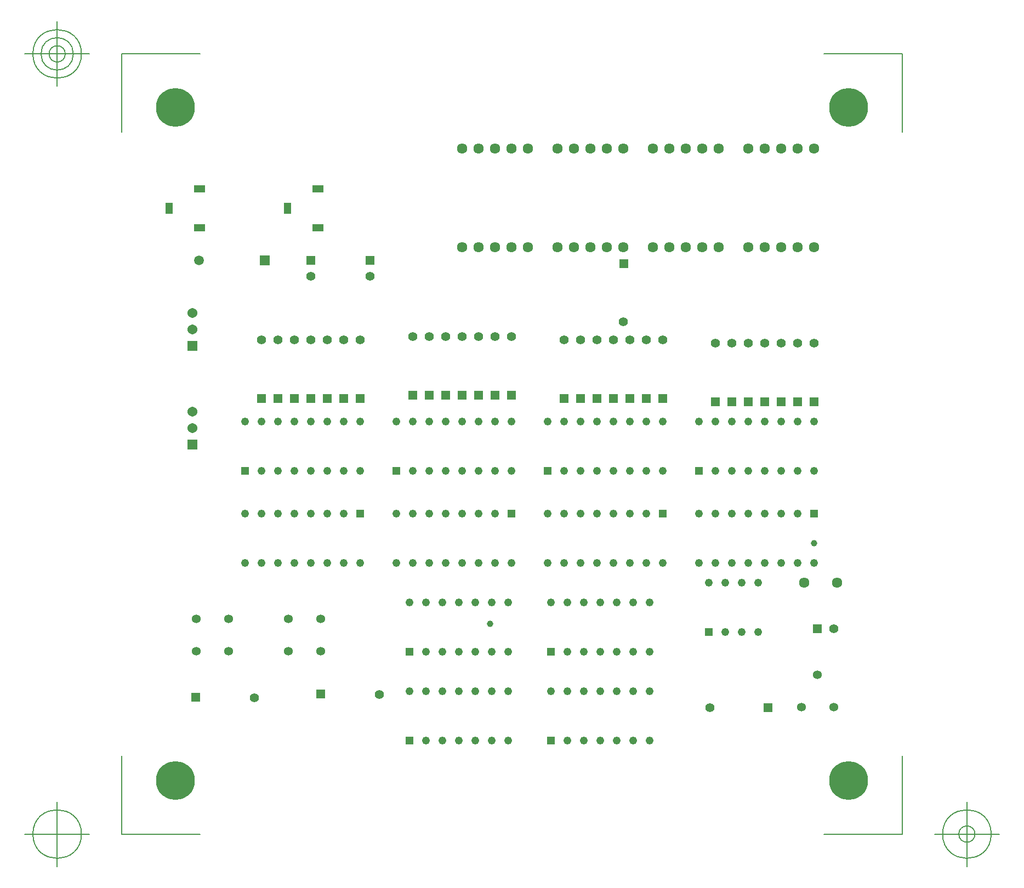
<source format=gbr>
G04 Generated by Ultiboard 14.3 *
%FSLAX34Y34*%
%MOMM*%

%ADD10C,0.0001*%
%ADD11C,0.0010*%
%ADD12C,0.1270*%
%ADD13C,6.00000*%
%ADD14C,1.2446*%
%ADD15R,1.2446X1.2446*%
%ADD16C,1.3556*%
%ADD17C,1.0000*%
%ADD18C,1.4000*%
%ADD19R,1.4000X1.4000*%
%ADD20C,1.6088*%
%ADD21C,5.0000*%
%ADD22C,1.5000*%
%ADD23R,1.5000X1.5000*%
%ADD24C,1.5366*%
%ADD25R,1.5366X1.5366*%


G04 ColorRGB FF00CC for the following layer *
%LNSolder Mask Top*%
%LPD*%
G54D10*
G54D11*
G36*
X74840Y972720D02*
X74840Y972720D01*
X64840Y972720D01*
X64840Y956720D01*
X74840Y956720D01*
X74840Y972720D01*
D02*
G37*
X64840Y972720D01*
X64840Y956720D01*
X74840Y956720D01*
X74840Y972720D01*
G36*
X108840Y999720D02*
X108840Y999720D01*
X108840Y989720D01*
X124840Y989720D01*
X124840Y999720D01*
X108840Y999720D01*
D02*
G37*
X108840Y989720D01*
X124840Y989720D01*
X124840Y999720D01*
X108840Y999720D01*
G36*
X108840Y939720D02*
X108840Y939720D01*
X108840Y929720D01*
X124840Y929720D01*
X124840Y939720D01*
X108840Y939720D01*
D02*
G37*
X108840Y929720D01*
X124840Y929720D01*
X124840Y939720D01*
X108840Y939720D01*
G36*
X257720Y972720D02*
X257720Y972720D01*
X247720Y972720D01*
X247720Y956720D01*
X257720Y956720D01*
X257720Y972720D01*
D02*
G37*
X247720Y972720D01*
X247720Y956720D01*
X257720Y956720D01*
X257720Y972720D01*
G36*
X291720Y999720D02*
X291720Y999720D01*
X291720Y989720D01*
X307720Y989720D01*
X307720Y999720D01*
X291720Y999720D01*
D02*
G37*
X291720Y989720D01*
X307720Y989720D01*
X307720Y999720D01*
X291720Y999720D01*
G36*
X291720Y939720D02*
X291720Y939720D01*
X291720Y929720D01*
X307720Y929720D01*
X307720Y939720D01*
X291720Y939720D01*
D02*
G37*
X291720Y929720D01*
X307720Y929720D01*
X307720Y939720D01*
X291720Y939720D01*
G54D12*
X-2540Y-2540D02*
X-2540Y117968D01*
X-2540Y-2540D02*
X117968Y-2540D01*
X1202540Y-2540D02*
X1082032Y-2540D01*
X1202540Y-2540D02*
X1202540Y117968D01*
X1202540Y1202540D02*
X1202540Y1082032D01*
X1202540Y1202540D02*
X1082032Y1202540D01*
X-2540Y1202540D02*
X117968Y1202540D01*
X-2540Y1202540D02*
X-2540Y1082032D01*
X-52540Y-2540D02*
X-152540Y-2540D01*
X-102540Y-52540D02*
X-102540Y47460D01*
X-140040Y-2540D02*
G75*
D01*
G02X-140040Y-2540I37500J0*
G01*
X1252540Y-2540D02*
X1352540Y-2540D01*
X1302540Y-52540D02*
X1302540Y47460D01*
X1265040Y-2540D02*
G75*
D01*
G02X1265040Y-2540I37500J0*
G01*
X1290040Y-2540D02*
G75*
D01*
G02X1290040Y-2540I12500J0*
G01*
X-52540Y1202540D02*
X-152540Y1202540D01*
X-102540Y1152540D02*
X-102540Y1252540D01*
X-140040Y1202540D02*
G75*
D01*
G02X-140040Y1202540I37500J0*
G01*
X-127540Y1202540D02*
G75*
D01*
G02X-127540Y1202540I25000J0*
G01*
X-115040Y1202540D02*
G75*
D01*
G02X-115040Y1202540I12500J0*
G01*
G54D13*
X80500Y1119500D03*
X1119500Y1119500D03*
X80500Y80500D03*
X1119500Y80500D03*
G54D14*
X441960Y218440D03*
X518160Y142240D03*
X467360Y142240D03*
X492760Y142240D03*
X543560Y142240D03*
X568960Y142240D03*
X594360Y142240D03*
X594360Y218440D03*
X518160Y218440D03*
X467360Y218440D03*
X492760Y218440D03*
X543560Y218440D03*
X568960Y218440D03*
X660400Y218440D03*
X736600Y142240D03*
X685800Y142240D03*
X711200Y142240D03*
X762000Y142240D03*
X787400Y142240D03*
X812800Y142240D03*
X812800Y218440D03*
X736600Y218440D03*
X685800Y218440D03*
X711200Y218440D03*
X762000Y218440D03*
X787400Y218440D03*
X441960Y355600D03*
X518160Y279400D03*
X467360Y279400D03*
X492760Y279400D03*
X543560Y279400D03*
X568960Y279400D03*
X594360Y279400D03*
X594360Y355600D03*
X518160Y355600D03*
X467360Y355600D03*
X492760Y355600D03*
X543560Y355600D03*
X568960Y355600D03*
X660400Y355600D03*
X736600Y279400D03*
X685800Y279400D03*
X711200Y279400D03*
X762000Y279400D03*
X787400Y279400D03*
X812800Y279400D03*
X812800Y355600D03*
X736600Y355600D03*
X685800Y355600D03*
X711200Y355600D03*
X762000Y355600D03*
X787400Y355600D03*
X904240Y386080D03*
X929640Y309880D03*
X980440Y309880D03*
X955040Y309880D03*
X980440Y386080D03*
X929640Y386080D03*
X955040Y386080D03*
X187960Y635000D03*
X238760Y558800D03*
X213360Y558800D03*
X264160Y558800D03*
X314960Y558800D03*
X289560Y558800D03*
X340360Y558800D03*
X365760Y558800D03*
X340360Y635000D03*
X264160Y635000D03*
X238760Y635000D03*
X213360Y635000D03*
X314960Y635000D03*
X289560Y635000D03*
X365760Y635000D03*
X421640Y635000D03*
X472440Y558800D03*
X447040Y558800D03*
X497840Y558800D03*
X548640Y558800D03*
X523240Y558800D03*
X574040Y558800D03*
X599440Y558800D03*
X574040Y635000D03*
X497840Y635000D03*
X472440Y635000D03*
X447040Y635000D03*
X548640Y635000D03*
X523240Y635000D03*
X599440Y635000D03*
X655320Y635000D03*
X706120Y558800D03*
X680720Y558800D03*
X731520Y558800D03*
X782320Y558800D03*
X756920Y558800D03*
X807720Y558800D03*
X833120Y558800D03*
X807720Y635000D03*
X731520Y635000D03*
X706120Y635000D03*
X680720Y635000D03*
X782320Y635000D03*
X756920Y635000D03*
X833120Y635000D03*
X889000Y635000D03*
X939800Y558800D03*
X914400Y558800D03*
X965200Y558800D03*
X1016000Y558800D03*
X990600Y558800D03*
X1041400Y558800D03*
X1066800Y558800D03*
X1041400Y635000D03*
X965200Y635000D03*
X939800Y635000D03*
X914400Y635000D03*
X1016000Y635000D03*
X990600Y635000D03*
X1066800Y635000D03*
X365760Y416560D03*
X314960Y492760D03*
X340360Y492760D03*
X289560Y492760D03*
X238760Y492760D03*
X264160Y492760D03*
X213360Y492760D03*
X187960Y492760D03*
X213360Y416560D03*
X289560Y416560D03*
X314960Y416560D03*
X340360Y416560D03*
X238760Y416560D03*
X264160Y416560D03*
X187960Y416560D03*
X599440Y416560D03*
X548640Y492760D03*
X574040Y492760D03*
X523240Y492760D03*
X472440Y492760D03*
X497840Y492760D03*
X447040Y492760D03*
X421640Y492760D03*
X447040Y416560D03*
X523240Y416560D03*
X548640Y416560D03*
X574040Y416560D03*
X472440Y416560D03*
X497840Y416560D03*
X421640Y416560D03*
X833120Y416560D03*
X782320Y492760D03*
X807720Y492760D03*
X756920Y492760D03*
X706120Y492760D03*
X731520Y492760D03*
X680720Y492760D03*
X655320Y492760D03*
X680720Y416560D03*
X756920Y416560D03*
X782320Y416560D03*
X807720Y416560D03*
X706120Y416560D03*
X731520Y416560D03*
X655320Y416560D03*
X1066800Y416560D03*
X1016000Y492760D03*
X1041400Y492760D03*
X990600Y492760D03*
X939800Y492760D03*
X965200Y492760D03*
X914400Y492760D03*
X889000Y492760D03*
X914400Y416560D03*
X990600Y416560D03*
X1016000Y416560D03*
X1041400Y416560D03*
X939800Y416560D03*
X965200Y416560D03*
X889000Y416560D03*
G54D15*
X441960Y142240D03*
X660400Y142240D03*
X441960Y279400D03*
X660400Y279400D03*
X904240Y309880D03*
X187960Y558800D03*
X421640Y558800D03*
X655320Y558800D03*
X889000Y558800D03*
X365760Y492760D03*
X599440Y492760D03*
X833120Y492760D03*
X1066800Y492760D03*
G54D16*
X1046880Y193440D03*
X1096880Y193440D03*
X1071880Y243440D03*
X112160Y329800D03*
X162160Y329800D03*
X112160Y279800D03*
X162160Y279800D03*
X304400Y329800D03*
X254400Y329800D03*
X254400Y279800D03*
X304400Y279800D03*
G54D17*
X566420Y322580D03*
X1066800Y447040D03*
G54D18*
X914400Y755480D03*
X939800Y755480D03*
X965200Y755480D03*
X990600Y755480D03*
X1016000Y755480D03*
X1041400Y755480D03*
X1066800Y755480D03*
X213360Y760560D03*
X238760Y760560D03*
X264160Y760560D03*
X289560Y760560D03*
X314960Y760560D03*
X340360Y760560D03*
X365760Y760560D03*
X447040Y765640D03*
X472440Y765640D03*
X497840Y765640D03*
X523240Y765640D03*
X548640Y765640D03*
X574040Y765640D03*
X599440Y765640D03*
X680720Y760560D03*
X706120Y760560D03*
X731520Y760560D03*
X756920Y760560D03*
X782320Y760560D03*
X807720Y760560D03*
X833120Y760560D03*
X772160Y788840D03*
X289560Y858920D03*
X381000Y858920D03*
X1096880Y314960D03*
X394800Y213360D03*
X905680Y193040D03*
X201760Y208280D03*
G54D19*
X914300Y665480D03*
X939700Y665480D03*
X965100Y665480D03*
X990500Y665480D03*
X1015900Y665480D03*
X1041300Y665480D03*
X1066700Y665480D03*
X213260Y670560D03*
X238660Y670560D03*
X264060Y670560D03*
X289460Y670560D03*
X314860Y670560D03*
X340260Y670560D03*
X365660Y670560D03*
X446940Y675640D03*
X472340Y675640D03*
X497740Y675640D03*
X523140Y675640D03*
X548540Y675640D03*
X573940Y675640D03*
X599340Y675640D03*
X680620Y670560D03*
X706020Y670560D03*
X731420Y670560D03*
X756820Y670560D03*
X782220Y670560D03*
X807620Y670560D03*
X833020Y670560D03*
X772260Y878840D03*
X289560Y883920D03*
X381000Y883920D03*
X1071880Y314960D03*
X304800Y213460D03*
X995680Y192940D03*
X111760Y208380D03*
G54D20*
X721360Y904240D03*
X670560Y904240D03*
X695960Y904240D03*
X746760Y904240D03*
X772160Y904240D03*
X721360Y1056640D03*
X670560Y1056640D03*
X695960Y1056640D03*
X746760Y1056640D03*
X772160Y1056640D03*
X868680Y904240D03*
X817880Y904240D03*
X843280Y904240D03*
X894080Y904240D03*
X919480Y904240D03*
X868680Y1056640D03*
X817880Y1056640D03*
X843280Y1056640D03*
X894080Y1056640D03*
X919480Y1056640D03*
X1016000Y904240D03*
X965200Y904240D03*
X990600Y904240D03*
X1041400Y904240D03*
X1066800Y904240D03*
X1016000Y1056640D03*
X965200Y1056640D03*
X990600Y1056640D03*
X1041400Y1056640D03*
X1066800Y1056640D03*
X1051560Y386080D03*
X1102360Y386080D03*
X574040Y904240D03*
X523240Y904240D03*
X548640Y904240D03*
X599440Y904240D03*
X624840Y904240D03*
X574040Y1056640D03*
X523240Y1056640D03*
X548640Y1056640D03*
X599440Y1056640D03*
X624840Y1056640D03*
G54D21*
X80500Y80500D03*
X1119500Y80500D03*
X1119500Y1119500D03*
X80500Y1119500D03*
G54D22*
X116840Y883920D03*
G54D23*
X218440Y883920D03*
G54D24*
X106680Y802640D03*
X106680Y777240D03*
X106680Y624840D03*
X106680Y650240D03*
G54D25*
X106680Y751840D03*
X106680Y599440D03*

M02*

</source>
